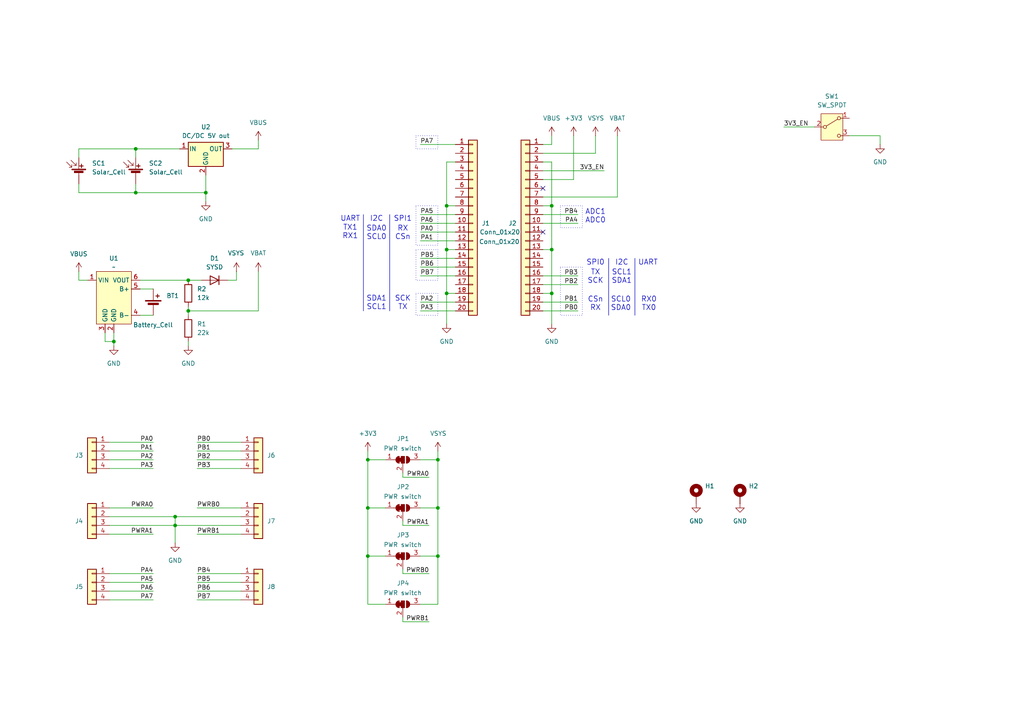
<source format=kicad_sch>
(kicad_sch (version 20231120) (generator "eeschema") (generator_version "8.0")
  (paper "A4")
  (lib_symbols
    (symbol "Connector_Generic:Conn_01x04" (pin_names (offset 1.016) hide)
      (property "Reference" "J" (at 0 5.08 0))
      (property "Value" "Conn_01x04" (at 0 -7.62 0))
      (symbol "Conn_01x04_1_1"
        (rectangle (start -1.27 -4.953) (end 0 -5.207) (stroke (width 0.1524)))
        (rectangle (start -1.27 -2.413) (end 0 -2.667) (stroke (width 0.1524)))
        (rectangle (start -1.27 0.127) (end 0 -0.127) (stroke (width 0.1524)))
        (rectangle (start -1.27 2.667) (end 0 2.413) (stroke (width 0.1524)))
        (rectangle (start -1.27 3.81) (end 1.27 -6.35) (stroke (width 0.254)) (fill (type background)))
        (pin passive line (at -5.08 2.54 0) (length 3.81) (name "Pin_1") (number "1"))
        (pin passive line (at -5.08 0 0) (length 3.81) (name "Pin_2") (number "2"))
        (pin passive line (at -5.08 -2.54 0) (length 3.81) (name "Pin_3") (number "3"))
        (pin passive line (at -5.08 -5.08 0) (length 3.81) (name "Pin_4") (number "4"))
      )
    )
    (symbol "Connector_Generic:Conn_01x20" (pin_names (offset 1.016) hide)
      (property "Reference" "J" (at 0 25.4 0))
      (property "Value" "Conn_01x20" (at 0 -27.94 0))
      (symbol "Conn_01x20_1_1"
        (rectangle (start -1.27 -25.273) (end 0 -25.527) (stroke (width 0.1524)))
        (rectangle (start -1.27 -22.733) (end 0 -22.987) (stroke (width 0.1524)))
        (rectangle (start -1.27 -20.193) (end 0 -20.447) (stroke (width 0.1524)))
        (rectangle (start -1.27 -17.653) (end 0 -17.907) (stroke (width 0.1524)))
        (rectangle (start -1.27 -15.113) (end 0 -15.367) (stroke (width 0.1524)))
        (rectangle (start -1.27 -12.573) (end 0 -12.827) (stroke (width 0.1524)))
        (rectangle (start -1.27 -10.033) (end 0 -10.287) (stroke (width 0.1524)))
        (rectangle (start -1.27 -7.493) (end 0 -7.747) (stroke (width 0.1524)))
        (rectangle (start -1.27 -4.953) (end 0 -5.207) (stroke (width 0.1524)))
        (rectangle (start -1.27 -2.413) (end 0 -2.667) (stroke (width 0.1524)))
        (rectangle (start -1.27 0.127) (end 0 -0.127) (stroke (width 0.1524)))
        (rectangle (start -1.27 2.667) (end 0 2.413) (stroke (width 0.1524)))
        (rectangle (start -1.27 5.207) (end 0 4.953) (stroke (width 0.1524)))
        (rectangle (start -1.27 7.747) (end 0 7.493) (stroke (width 0.1524)))
        (rectangle (start -1.27 10.287) (end 0 10.033) (stroke (width 0.1524)))
        (rectangle (start -1.27 12.827) (end 0 12.573) (stroke (width 0.1524)))
        (rectangle (start -1.27 15.367) (end 0 15.113) (stroke (width 0.1524)))
        (rectangle (start -1.27 17.907) (end 0 17.653) (stroke (width 0.1524)))
        (rectangle (start -1.27 20.447) (end 0 20.193) (stroke (width 0.1524)))
        (rectangle (start -1.27 22.987) (end 0 22.733) (stroke (width 0.1524)))
        (rectangle (start -1.27 24.13) (end 1.27 -26.67) (stroke (width 0.254)) (fill (type background)))
        (pin passive line (at -5.08 22.86 0) (length 3.81) (name "Pin_1") (number "1"))
        (pin passive line (at -5.08 0 0) (length 3.81) (name "Pin_10") (number "10"))
        (pin passive line (at -5.08 -2.54 0) (length 3.81) (name "Pin_11") (number "11"))
        (pin passive line (at -5.08 -5.08 0) (length 3.81) (name "Pin_12") (number "12"))
        (pin passive line (at -5.08 -7.62 0) (length 3.81) (name "Pin_13") (number "13"))
        (pin passive line (at -5.08 -10.16 0) (length 3.81) (name "Pin_14") (number "14"))
        (pin passive line (at -5.08 -12.7 0) (length 3.81) (name "Pin_15") (number "15"))
        (pin passive line (at -5.08 -15.24 0) (length 3.81) (name "Pin_16") (number "16"))
        (pin passive line (at -5.08 -17.78 0) (length 3.81) (name "Pin_17") (number "17"))
        (pin passive line (at -5.08 -20.32 0) (length 3.81) (name "Pin_18") (number "18"))
        (pin passive line (at -5.08 -22.86 0) (length 3.81) (name "Pin_19") (number "19"))
        (pin passive line (at -5.08 20.32 0) (length 3.81) (name "Pin_2") (number "2"))
        (pin passive line (at -5.08 -25.4 0) (length 3.81) (name "Pin_20") (number "20"))
        (pin passive line (at -5.08 17.78 0) (length 3.81) (name "Pin_3") (number "3"))
        (pin passive line (at -5.08 15.24 0) (length 3.81) (name "Pin_4") (number "4"))
        (pin passive line (at -5.08 12.7 0) (length 3.81) (name "Pin_5") (number "5"))
        (pin passive line (at -5.08 10.16 0) (length 3.81) (name "Pin_6") (number "6"))
        (pin passive line (at -5.08 7.62 0) (length 3.81) (name "Pin_7") (number "7"))
        (pin passive line (at -5.08 5.08 0) (length 3.81) (name "Pin_8") (number "8"))
        (pin passive line (at -5.08 2.54 0) (length 3.81) (name "Pin_9") (number "9"))
      )
    )
    (symbol "Custom:TP4056+DW01A_module"
      (property "Reference" "U" (at 0 0 0))
      (symbol "TP4056+DW01A_module_1_1"
        (rectangle (start -5.08 7.62) (end 5.08 -7.62) (fill (type background)))
        (pin power_in line (at -7.62 5.08 0) (length 2.54) (name "VIN") (number "1"))
        (pin power_in line (at 0 -10.16 90) (length 2.54) (name "GND") (number "2"))
        (pin power_in line (at -2.54 -10.16 90) (length 2.54) (name "GND") (number "3"))
        (pin power_in line (at 7.62 -5.08 180) (length 2.54) (name "B-") (number "4"))
        (pin power_out line (at 7.62 2.54 180) (length 2.54) (name "B+") (number "5"))
        (pin power_out line (at 7.62 5.08 180) (length 2.54) (name "VOUT") (number "6"))
      )
    )
    (symbol "Device:Battery_Cell" (pin_numbers hide) (pin_names (offset 0) hide)
      (property "Reference" "BT" (at 2.54 2.54 0))
      (property "Value" "Battery_Cell" (at 2.54 0 0))
      (symbol "Battery_Cell_0_1"
        (rectangle (start -2.286 1.778) (end 2.286 1.524) (fill (type outline)))
        (rectangle (start -1.524 1.016) (end 1.524 0.508) (fill (type outline)))
        (polyline (pts (xy 0 0.762) (xy 0 0)))
        (polyline (pts (xy 0 1.778) (xy 0 2.54)))
        (polyline (pts (xy 0.762 3.048) (xy 1.778 3.048)) (stroke (width 0.254)))
        (polyline (pts (xy 1.27 3.556) (xy 1.27 2.54)) (stroke (width 0.254)))
      )
      (symbol "Battery_Cell_1_1"
        (pin passive line (at 0 5.08 270) (length 2.54) (name "+") (number "1"))
        (pin passive line (at 0 -2.54 90) (length 2.54) (name "-") (number "2"))
      )
    )
    (symbol "Device:D" (pin_numbers hide) (pin_names (offset 1.016) hide)
      (property "Reference" "D" (at 0 2.54 0))
      (property "Value" "D" (at 0 -2.54 0))
      (symbol "D_0_1"
        (polyline (pts (xy -1.27 1.27) (xy -1.27 -1.27)) (stroke (width 0.254)))
        (polyline (pts (xy 1.27 0) (xy -1.27 0)))
        (polyline (pts (xy 1.27 1.27) (xy 1.27 -1.27) (xy -1.27 0) (xy 1.27 1.27)) (stroke (width 0.254)))
      )
      (symbol "D_1_1"
        (pin passive line (at -3.81 0 0) (length 2.54) (name "K") (number "1"))
        (pin passive line (at 3.81 0 180) (length 2.54) (name "A") (number "2"))
      )
    )
    (symbol "Device:R" (pin_numbers hide) (pin_names (offset 0))
      (property "Reference" "R" (at 2.032 0 90))
      (property "Value" "R" (at 0 0 90))
      (symbol "R_0_1"
        (rectangle (start -1.016 -2.54) (end 1.016 2.54) (stroke (width 0.254)))
      )
      (symbol "R_1_1"
        (pin passive line (at 0 3.81 270) (length 1.27) (name "~") (number "1"))
        (pin passive line (at 0 -3.81 90) (length 1.27) (name "~") (number "2"))
      )
    )
    (symbol "Device:Solar_Cell" (pin_numbers hide) (pin_names (offset 0) hide)
      (property "Reference" "SC" (at 2.54 2.54 0))
      (property "Value" "Solar_Cell" (at 2.54 0 0))
      (symbol "Solar_Cell_0_1"
        (rectangle (start -2.032 1.778) (end 2.032 1.524) (fill (type outline)))
        (rectangle (start -1.3208 1.1938) (end 1.27 0.6858) (fill (type outline)))
        (polyline (pts (xy -2.032 2.286) (xy -3.556 3.81)))
        (polyline (pts (xy -0.762 2.794) (xy -2.286 4.318)))
        (polyline (pts (xy 0 0.762) (xy 0 0)))
        (polyline (pts (xy 0 1.778) (xy 0 2.54)))
        (polyline (pts (xy 0.254 2.667) (xy 1.27 2.667)) (stroke (width 0.254)))
        (polyline (pts (xy 0.762 3.175) (xy 0.762 2.159)) (stroke (width 0.254)))
        (polyline (pts (xy -2.032 3.048) (xy -2.032 2.286) (xy -2.794 2.286)))
        (polyline (pts (xy -0.762 3.556) (xy -0.762 2.794) (xy -1.524 2.794)))
      )
      (symbol "Solar_Cell_1_1"
        (pin passive line (at 0 5.08 270) (length 2.54) (name "+") (number "1"))
        (pin passive line (at 0 -2.54 90) (length 2.54) (name "-") (number "2"))
      )
    )
    (symbol "Jumper:SolderJumper_3_Bridged12" (pin_names (offset 0) hide) (exclude_from_sim yes) (in_bom no)
      (property "Reference" "JP" (at -2.54 -2.54 0))
      (property "Value" "SolderJumper_3_Bridged12" (at 0 2.794 0))
      (symbol "SolderJumper_3_Bridged12_0_1"
        (rectangle (start -1.016 0.508) (end -0.508 -0.508) (fill (type outline)))
        (arc (start -1.016 1.016) (mid -2.0276 0) (end -1.016 -1.016))
        (arc (start -1.016 1.016) (mid -2.0276 0) (end -1.016 -1.016) (fill (type outline)))
        (rectangle (start -0.508 1.016) (end 0.508 -1.016) (fill (type outline)))
        (polyline (pts (xy -2.54 0) (xy -2.032 0)))
        (polyline (pts (xy -1.016 1.016) (xy -1.016 -1.016)))
        (polyline (pts (xy 0 -1.27) (xy 0 -1.016)))
        (polyline (pts (xy 1.016 1.016) (xy 1.016 -1.016)))
        (polyline (pts (xy 2.54 0) (xy 2.032 0)))
        (arc (start 1.016 -1.016) (mid 2.0276 0) (end 1.016 1.016))
        (arc (start 1.016 -1.016) (mid 2.0276 0) (end 1.016 1.016) (fill (type outline)))
      )
      (symbol "SolderJumper_3_Bridged12_1_1"
        (pin passive line (at -5.08 0 0) (length 2.54) (name "A") (number "1"))
        (pin passive line (at 0 -3.81 90) (length 2.54) (name "C") (number "2"))
        (pin passive line (at 5.08 0 180) (length 2.54) (name "B") (number "3"))
      )
    )
    (symbol "Mechanical:MountingHole_Pad" (pin_numbers hide) (pin_names (offset 1.016) hide) (exclude_from_sim yes) (in_bom no)
      (property "Reference" "H" (at 0 6.35 0))
      (property "Value" "MountingHole_Pad" (at 0 4.445 0))
      (symbol "MountingHole_Pad_0_1"
        (circle (center 0 1.27) (radius 1.27) (stroke (width 1.27)))
      )
      (symbol "MountingHole_Pad_1_1"
        (pin input line (at 0 -2.54 90) (length 2.54) (name "1") (number "1"))
      )
    )
    (symbol "Regulator_Switching:R-78E5.0-0.5" (pin_names (offset 0.254))
      (property "Reference" "U" (at -3.81 3.175 0))
      (property "Value" "R-78E5.0-0.5" (at 0 3.175 0))
      (symbol "R-78E5.0-0.5_0_1"
        (rectangle (start -5.08 1.905) (end 5.08 -5.08) (stroke (width 0.254)) (fill (type background)))
      )
      (symbol "R-78E5.0-0.5_1_1"
        (pin power_in line (at -7.62 0 0) (length 2.54) (name "IN") (number "1"))
        (pin power_in line (at 0 -7.62 90) (length 2.54) (name "GND") (number "2"))
        (pin power_out line (at 7.62 0 180) (length 2.54) (name "OUT") (number "3"))
      )
    )
    (symbol "Switch:SW_SPDT" (pin_names (offset 0) hide)
      (property "Reference" "SW" (at 0 5.08 0))
      (property "Value" "SW_SPDT" (at 0 -5.08 0))
      (symbol "SW_SPDT_0_1"
        (circle (center -2.032 0) (radius 0.4572))
        (polyline (pts (xy -1.651 0.254) (xy 1.651 2.286)))
        (circle (center 2.032 -2.54) (radius 0.4572))
        (circle (center 2.032 2.54) (radius 0.4572))
      )
      (symbol "SW_SPDT_1_1"
        (rectangle (start -3.175 3.81) (end 3.175 -3.81) (fill (type background)))
        (pin passive line (at 5.08 2.54 180) (length 2.54) (name "A") (number "1"))
        (pin passive line (at -5.08 0 0) (length 2.54) (name "B") (number "2"))
        (pin passive line (at 5.08 -2.54 180) (length 2.54) (name "C") (number "3"))
      )
    )
    (symbol "power:+3V3" (power) (pin_numbers hide) (pin_names (offset 0) hide)
      (property "Value" "+3V3" (at 0 3.556 0))
      (symbol "+3V3_0_1"
        (polyline (pts (xy -0.762 1.27) (xy 0 2.54)))
        (polyline (pts (xy 0 0) (xy 0 2.54)))
        (polyline (pts (xy 0 2.54) (xy 0.762 1.27)))
      )
      (symbol "+3V3_1_1"
        (pin power_in line (at 0 0 90) (length 0) (name "~") (number "1"))
      )
    )
    (symbol "power:+BATT" (power) (pin_numbers hide) (pin_names (offset 0) hide)
      (property "Value" "+BATT" (at 0 3.556 0))
      (symbol "+BATT_0_1"
        (polyline (pts (xy -0.762 1.27) (xy 0 2.54)))
        (polyline (pts (xy 0 0) (xy 0 2.54)))
        (polyline (pts (xy 0 2.54) (xy 0.762 1.27)))
      )
      (symbol "+BATT_1_1"
        (pin power_in line (at 0 0 90) (length 0) (name "~") (number "1"))
      )
    )
    (symbol "power:GND" (power) (pin_numbers hide) (pin_names (offset 0) hide)
      (property "Value" "GND" (at 0 -3.81 0))
      (symbol "GND_0_1"
        (polyline (pts (xy 0 0) (xy 0 -1.27) (xy 1.27 -1.27) (xy 0 -2.54) (xy -1.27 -1.27) (xy 0 -1.27)))
      )
      (symbol "GND_1_1"
        (pin power_in line (at 0 0 270) (length 0) (name "~") (number "1"))
      )
    )
    (symbol "power:VBUS" (power) (pin_numbers hide) (pin_names (offset 0) hide)
      (property "Value" "VBUS" (at 0 3.556 0))
      (symbol "VBUS_0_1"
        (polyline (pts (xy -0.762 1.27) (xy 0 2.54)))
        (polyline (pts (xy 0 0) (xy 0 2.54)))
        (polyline (pts (xy 0 2.54) (xy 0.762 1.27)))
      )
      (symbol "VBUS_1_1"
        (pin power_in line (at 0 0 90) (length 0) (name "~") (number "1"))
      )
    )
    (symbol "power:VDD" (power) (pin_numbers hide) (pin_names (offset 0) hide)
      (property "Value" "VDD" (at 0 3.556 0))
      (symbol "VDD_0_1"
        (polyline (pts (xy -0.762 1.27) (xy 0 2.54)))
        (polyline (pts (xy 0 0) (xy 0 2.54)))
        (polyline (pts (xy 0 2.54) (xy 0.762 1.27)))
      )
      (symbol "VDD_1_1"
        (pin power_in line (at 0 0 90) (length 0) (name "~") (number "1"))
      )
    )
  )
  (junction (at 160.02 85.09))
  (junction (at 127 147.32))
  (junction (at 54.61 81.28))
  (junction (at 129.54 85.09))
  (junction (at 160.02 72.39))
  (junction (at 127 161.29))
  (junction (at 50.8 149.86))
  (junction (at 106.68 147.32))
  (junction (at 50.8 152.4))
  (junction (at 160.02 59.69))
  (junction (at 33.02 99.06))
  (junction (at 39.37 55.88))
  (junction (at 54.61 90.17))
  (junction (at 106.68 161.29))
  (junction (at 106.68 133.35))
  (junction (at 59.69 55.88))
  (junction (at 129.54 59.69))
  (junction (at 127 133.35))
  (junction (at 129.54 72.39))
  (junction (at 39.37 43.18))
  (no_connect (at 157.48 67.31))
  (no_connect (at 157.48 54.61))
  (wire (pts (xy 50.8 149.86) (xy 50.8 152.4)))
  (wire (pts (xy 132.08 46.99) (xy 129.54 46.99)))
  (wire (pts (xy 121.92 74.93) (xy 132.08 74.93)))
  (wire (pts (xy 127 147.32) (xy 127 161.29)))
  (wire (pts (xy 31.75 128.27) (xy 44.45 128.27)))
  (wire (pts (xy 22.86 55.88) (xy 22.86 53.34)))
  (wire (pts (xy 22.86 43.18) (xy 39.37 43.18)))
  (wire (pts (xy 40.64 83.82) (xy 44.45 83.82)))
  (wire (pts (xy 68.58 78.74) (xy 68.58 81.28)))
  (wire (pts (xy 31.75 147.32) (xy 44.45 147.32)))
  (wire (pts (xy 157.48 82.55) (xy 167.64 82.55)))
  (wire (pts (xy 30.48 99.06) (xy 33.02 99.06)))
  (wire (pts (xy 106.68 133.35) (xy 111.76 133.35)))
  (wire (pts (xy 160.02 41.91) (xy 160.02 39.37)))
  (wire (pts (xy 157.48 64.77) (xy 167.64 64.77)))
  (wire (pts (xy 116.84 180.34) (xy 124.46 180.34)))
  (wire (pts (xy 116.84 137.16) (xy 116.84 138.43)))
  (wire (pts (xy 59.69 58.42) (xy 59.69 55.88)))
  (wire (pts (xy 57.15 135.89) (xy 69.85 135.89)))
  (wire (pts (xy 106.68 130.81) (xy 106.68 133.35)))
  (wire (pts (xy 129.54 85.09) (xy 129.54 93.98)))
  (wire (pts (xy 57.15 154.94) (xy 69.85 154.94)))
  (wire (pts (xy 157.48 62.23) (xy 167.64 62.23)))
  (wire (pts (xy 68.58 81.28) (xy 66.04 81.28)))
  (wire (pts (xy 40.64 81.28) (xy 54.61 81.28)))
  (wire (pts (xy 116.84 165.1) (xy 116.84 166.37)))
  (wire (pts (xy 157.48 87.63) (xy 167.64 87.63)))
  (wire (pts (xy 121.92 80.01) (xy 132.08 80.01)))
  (wire (pts (xy 160.02 85.09) (xy 160.02 72.39)))
  (wire (pts (xy 33.02 96.52) (xy 33.02 99.06)))
  (wire (pts (xy 57.15 133.35) (xy 69.85 133.35)))
  (wire (pts (xy 129.54 72.39) (xy 129.54 59.69)))
  (polyline (pts (xy 176.53 74.93) (xy 176.53 91.44)))
  (wire (pts (xy 31.75 168.91) (xy 44.45 168.91)))
  (wire (pts (xy 227.33 36.83) (xy 236.22 36.83)))
  (wire (pts (xy 179.07 39.37) (xy 179.07 57.15)))
  (wire (pts (xy 121.92 41.91) (xy 132.08 41.91)))
  (wire (pts (xy 255.27 39.37) (xy 255.27 41.91)))
  (wire (pts (xy 31.75 152.4) (xy 50.8 152.4)))
  (wire (pts (xy 31.75 135.89) (xy 44.45 135.89)))
  (wire (pts (xy 116.84 138.43) (xy 124.46 138.43)))
  (wire (pts (xy 166.37 39.37) (xy 166.37 52.07)))
  (wire (pts (xy 246.38 39.37) (xy 255.27 39.37)))
  (wire (pts (xy 116.84 179.07) (xy 116.84 180.34)))
  (polyline (pts (xy 184.15 74.93) (xy 184.15 91.44)))
  (wire (pts (xy 50.8 152.4) (xy 50.8 157.48)))
  (wire (pts (xy 50.8 152.4) (xy 69.85 152.4)))
  (wire (pts (xy 39.37 43.18) (xy 39.37 45.72)))
  (wire (pts (xy 57.15 166.37) (xy 69.85 166.37)))
  (wire (pts (xy 57.15 173.99) (xy 69.85 173.99)))
  (wire (pts (xy 106.68 161.29) (xy 106.68 175.26)))
  (wire (pts (xy 106.68 147.32) (xy 106.68 161.29)))
  (wire (pts (xy 132.08 85.09) (xy 129.54 85.09)))
  (wire (pts (xy 22.86 78.74) (xy 22.86 81.28)))
  (wire (pts (xy 57.15 128.27) (xy 69.85 128.27)))
  (wire (pts (xy 157.48 59.69) (xy 160.02 59.69)))
  (wire (pts (xy 57.15 147.32) (xy 69.85 147.32)))
  (wire (pts (xy 106.68 147.32) (xy 111.76 147.32)))
  (wire (pts (xy 121.92 133.35) (xy 127 133.35)))
  (wire (pts (xy 121.92 175.26) (xy 127 175.26)))
  (wire (pts (xy 121.92 67.31) (xy 132.08 67.31)))
  (wire (pts (xy 31.75 154.94) (xy 44.45 154.94)))
  (wire (pts (xy 172.72 39.37) (xy 172.72 44.45)))
  (wire (pts (xy 111.76 175.26) (xy 106.68 175.26)))
  (wire (pts (xy 40.64 91.44) (xy 44.45 91.44)))
  (wire (pts (xy 74.93 78.74) (xy 74.93 90.17)))
  (wire (pts (xy 31.75 173.99) (xy 44.45 173.99)))
  (wire (pts (xy 39.37 53.34) (xy 39.37 55.88)))
  (wire (pts (xy 22.86 55.88) (xy 39.37 55.88)))
  (wire (pts (xy 121.92 77.47) (xy 132.08 77.47)))
  (wire (pts (xy 116.84 151.13) (xy 116.84 152.4)))
  (wire (pts (xy 31.75 171.45) (xy 44.45 171.45)))
  (wire (pts (xy 157.48 85.09) (xy 160.02 85.09)))
  (wire (pts (xy 129.54 46.99) (xy 129.54 59.69)))
  (wire (pts (xy 127 161.29) (xy 127 175.26)))
  (wire (pts (xy 116.84 152.4) (xy 124.46 152.4)))
  (wire (pts (xy 160.02 46.99) (xy 160.02 59.69)))
  (wire (pts (xy 31.75 166.37) (xy 44.45 166.37)))
  (wire (pts (xy 74.93 43.18) (xy 74.93 40.64)))
  (wire (pts (xy 179.07 57.15) (xy 157.48 57.15)))
  (polyline (pts (xy 105.41 62.23) (xy 105.41 90.17)))
  (wire (pts (xy 121.92 147.32) (xy 127 147.32)))
  (wire (pts (xy 116.84 166.37) (xy 124.46 166.37)))
  (wire (pts (xy 74.93 90.17) (xy 54.61 90.17)))
  (wire (pts (xy 67.31 43.18) (xy 74.93 43.18)))
  (wire (pts (xy 54.61 88.9) (xy 54.61 90.17)))
  (wire (pts (xy 106.68 161.29) (xy 111.76 161.29)))
  (wire (pts (xy 22.86 81.28) (xy 25.4 81.28)))
  (wire (pts (xy 157.48 44.45) (xy 172.72 44.45)))
  (wire (pts (xy 160.02 85.09) (xy 160.02 93.98)))
  (wire (pts (xy 157.48 80.01) (xy 167.64 80.01)))
  (wire (pts (xy 33.02 99.06) (xy 33.02 100.33)))
  (wire (pts (xy 50.8 149.86) (xy 69.85 149.86)))
  (wire (pts (xy 129.54 59.69) (xy 132.08 59.69)))
  (wire (pts (xy 121.92 69.85) (xy 132.08 69.85)))
  (wire (pts (xy 121.92 161.29) (xy 127 161.29)))
  (wire (pts (xy 157.48 90.17) (xy 167.64 90.17)))
  (wire (pts (xy 31.75 130.81) (xy 44.45 130.81)))
  (wire (pts (xy 39.37 43.18) (xy 52.07 43.18)))
  (wire (pts (xy 22.86 45.72) (xy 22.86 43.18)))
  (wire (pts (xy 59.69 55.88) (xy 39.37 55.88)))
  (wire (pts (xy 129.54 85.09) (xy 129.54 72.39)))
  (wire (pts (xy 31.75 149.86) (xy 50.8 149.86)))
  (wire (pts (xy 121.92 90.17) (xy 132.08 90.17)))
  (wire (pts (xy 121.92 62.23) (xy 132.08 62.23)))
  (wire (pts (xy 127 133.35) (xy 127 130.81)))
  (wire (pts (xy 160.02 72.39) (xy 160.02 59.69)))
  (wire (pts (xy 157.48 72.39) (xy 160.02 72.39)))
  (wire (pts (xy 166.37 52.07) (xy 157.48 52.07)))
  (wire (pts (xy 57.15 171.45) (xy 69.85 171.45)))
  (wire (pts (xy 59.69 55.88) (xy 59.69 50.8)))
  (wire (pts (xy 127 133.35) (xy 127 147.32)))
  (wire (pts (xy 57.15 168.91) (xy 69.85 168.91)))
  (wire (pts (xy 132.08 72.39) (xy 129.54 72.39)))
  (wire (pts (xy 57.15 130.81) (xy 69.85 130.81)))
  (wire (pts (xy 58.42 81.28) (xy 54.61 81.28)))
  (wire (pts (xy 121.92 87.63) (xy 132.08 87.63)))
  (polyline (pts (xy 113.03 62.23) (xy 113.03 90.17)))
  (wire (pts (xy 54.61 99.06) (xy 54.61 100.33)))
  (wire (pts (xy 54.61 91.44) (xy 54.61 90.17)))
  (wire (pts (xy 30.48 96.52) (xy 30.48 99.06)))
  (wire (pts (xy 106.68 133.35) (xy 106.68 147.32)))
  (wire (pts (xy 157.48 49.53) (xy 175.26 49.53)))
  (wire (pts (xy 157.48 41.91) (xy 160.02 41.91)))
  (wire (pts (xy 121.92 64.77) (xy 132.08 64.77)))
  (wire (pts (xy 157.48 46.99) (xy 160.02 46.99)))
  (wire (pts (xy 31.75 133.35) (xy 44.45 133.35)))
  (rectangle (start 120.65 85.09) (end 127 91.44) (stroke (width 0) (type dot)))
  (rectangle (start 120.65 39.37) (end 127 43.18) (stroke (width 0) (type dot)))
  (rectangle (start 162.56 59.69) (end 168.91 66.04) (stroke (width 0) (type dot)))
  (rectangle (start 120.65 72.39) (end 127 81.28) (stroke (width 0) (type dot)))
  (rectangle (start 120.65 59.69) (end 127 71.12) (stroke (width 0) (type dot)))
  (rectangle (start 162.56 77.47) (end 168.91 91.44) (stroke (width 0) (type dot)))
  (text "SCL0\nSDA0" (at 180.086 88.138 0) (effects (font (size 1.524 1.524))))
  (text "UART" (at 187.96 76.2 0) (effects (font (size 1.524 1.524))))
  (text "CSn\nRX" (at 172.72 88.138 0) (effects (font (size 1.524 1.524))))
  (text "SDA1\nSCL1" (at 109.22 87.884 0) (effects (font (size 1.524 1.524))))
  (text "RX\nCSn" (at 116.84 67.564 0) (effects (font (size 1.524 1.524))))
  (text "I2C" (at 109.22 63.5 0) (effects (font (size 1.524 1.524))))
  (text "SCK\nTX\n" (at 116.84 87.884 0) (effects (font (size 1.524 1.524))))
  (text "TX1\nRX1" (at 101.6 67.31 0) (effects (font (size 1.524 1.524))))
  (text "RX0\nTX0" (at 188.214 88.138 0) (effects (font (size 1.524 1.524))))
  (text "I2C" (at 180.34 76.2 0) (effects (font (size 1.524 1.524))))
  (text "UART" (at 101.6 63.5 0) (effects (font (size 1.524 1.524))))
  (text "TX\nSCK" (at 172.72 80.264 0) (effects (font (size 1.524 1.524))))
  (text "SDA0\nSCL0" (at 109.22 67.564 0) (effects (font (size 1.524 1.524))))
  (text "SPI0" (at 172.72 76.2 0) (effects (font (size 1.524 1.524))))
  (text "ADC1\nADC0" (at 172.72 62.738 0) (effects (font (size 1.524 1.524))))
  (text "SCL1\nSDA1" (at 180.34 80.264 0) (effects (font (size 1.524 1.524))))
  (text "SPI1" (at 116.84 63.5 0) (effects (font (size 1.524 1.524))))
  (label "PA2" (at 121.92 87.63 0))
  (label "PB0" (at 167.64 90.17 180))
  (label "PA0" (at 44.45 128.27 180))
  (label "PB4" (at 167.64 62.23 180))
  (label "PWRB1" (at 57.15 154.94 0))
  (label "PA1" (at 121.92 69.85 0))
  (label "PB5" (at 57.15 168.91 0))
  (label "PB7" (at 121.92 80.01 0))
  (label "PB4" (at 57.15 166.37 0))
  (label "PA5" (at 121.92 62.23 0))
  (label "PA3" (at 121.92 90.17 0))
  (label "PB2" (at 57.15 133.35 0))
  (label "PWRA1" (at 124.46 152.4 180))
  (label "PA5" (at 44.45 168.91 180))
  (label "PA4" (at 167.64 64.77 180))
  (label "PA6" (at 121.92 64.77 0))
  (label "PA4" (at 44.45 166.37 180))
  (label "PWRA1" (at 44.45 154.94 180))
  (label "PB1" (at 57.15 130.81 0))
  (label "PB0" (at 57.15 128.27 0))
  (label "PWRB1" (at 124.46 180.34 180))
  (label "PA7" (at 44.45 173.99 180))
  (label "PB2" (at 167.64 82.55 180))
  (label "PB3" (at 57.15 135.89 0))
  (label "PB6" (at 57.15 171.45 0))
  (label "PWRA0" (at 44.45 147.32 180))
  (label "PA3" (at 44.45 135.89 180))
  (label "PWRB0" (at 124.46 166.37 180))
  (label "PB5" (at 121.92 74.93 0))
  (label "3V3_EN" (at 227.33 36.83 0))
  (label "PA6" (at 44.45 171.45 180))
  (label "PB6" (at 121.92 77.47 0))
  (label "PA0" (at 121.92 67.31 0))
  (label "PB1" (at 167.64 87.63 180))
  (label "3V3_EN" (at 175.26 49.53 180))
  (label "PWRB0" (at 57.15 147.32 0))
  (label "PA1" (at 44.45 130.81 180))
  (label "PB7" (at 57.15 173.99 0))
  (label "PWRA0" (at 124.46 138.43 180))
  (label "PA2" (at 44.45 133.35 180))
  (label "PA7" (at 121.92 41.91 0))
  (label "PB3" (at 167.64 80.01 180))
  (symbol (lib_id "Connector_Generic:Conn_01x04") (at 26.67 168.91 0) (mirror y) (unit 1)
    (property "Reference" "J5" (at 24.13 170.1799 0) (effects (justify left)))
    (property "Value" "Conn_01x06" (effects (hide yes)))
    (property "Footprint" "Connector_PinSocket_2.54mm:PinSocket_1x04_P2.54mm_Vertical" (effects (hide yes)))
    (property "Description" "Generic connector, single row, 01x04, script generated (kicad-library-utils/schlib/autogen/connector/)" (effects (hide yes)))
  )
  (symbol (lib_id "power:GND") (at 214.63 146.05 0) (unit 1)
    (property "Reference" "#PWR020" (effects (hide yes)))
    (property "Value" "GND" (at 214.63 151.13 0))
    (property "Description" "Power symbol creates a global label with name \"GND\" , ground" (effects (hide yes)))
  )
  (symbol (lib_id "Connector_Generic:Conn_01x04") (at 26.67 130.81 0) (mirror y) (unit 1)
    (property "Reference" "J3" (at 24.13 132.0799 0) (effects (justify left)))
    (property "Value" "Conn_01x06" (effects (hide yes)))
    (property "Footprint" "Connector_PinSocket_2.54mm:PinSocket_1x04_P2.54mm_Vertical" (effects (hide yes)))
    (property "Description" "Generic connector, single row, 01x04, script generated (kicad-library-utils/schlib/autogen/connector/)" (effects (hide yes)))
  )
  (symbol (lib_id "Connector_Generic:Conn_01x04") (at 74.93 168.91 0) (unit 1)
    (property "Reference" "J8" (at 77.47 170.1799 0) (effects (justify left)))
    (property "Value" "Conn_01x06" (effects (hide yes)))
    (property "Footprint" "Connector_PinSocket_2.54mm:PinSocket_1x04_P2.54mm_Vertical" (effects (hide yes)))
    (property "Description" "Generic connector, single row, 01x04, script generated (kicad-library-utils/schlib/autogen/connector/)" (effects (hide yes)))
  )
  (symbol (lib_id "Jumper:SolderJumper_3_Bridged12") (at 116.84 133.35 0) (unit 1) (exclude_from_sim yes) (in_bom no)
    (property "Reference" "JP1" (at 115.062 127.254 0) (effects (justify left)))
    (property "Value" "PWR switch" (at 111.252 130.048 0) (effects (justify left)))
    (property "Footprint" "Jumper:SolderJumper-3_P1.3mm_Bridged12_RoundedPad1.0x1.5mm_NumberLabels" (effects (hide yes)))
    (property "Description" "3-pole Solder Jumper, pins 1+2 closed/bridged" (effects (hide yes)))
  )
  (symbol (lib_id "power:VBUS") (at 74.93 40.64 0) (unit 1)
    (property "Reference" "#PWR04" (effects (hide yes)))
    (property "Value" "VBUS" (at 74.93 35.56 0))
    (property "Description" "Power symbol creates a global label with name \"VBUS\"" (effects (hide yes)))
  )
  (symbol (lib_id "Custom:TP4056+DW01A_module") (at 33.02 86.36 0) (unit 1)
    (property "Reference" "U1" (at 33.02 74.93 0))
    (property "Value" "~" (at 33.02 77.47 0))
    (property "Footprint" "custom_footprints:TP4056-18650" (effects (hide yes)))
  )
  (symbol (lib_id "power:GND") (at 129.54 93.98 0) (unit 1)
    (property "Reference" "#PWR06" (effects (hide yes)))
    (property "Value" "GND" (at 129.54 99.06 0))
    (property "Description" "Power symbol creates a global label with name \"GND\" , ground" (effects (hide yes)))
  )
  (symbol (lib_id "power:GND") (at 160.02 93.98 0) (unit 1)
    (property "Reference" "#PWR08" (effects (hide yes)))
    (property "Value" "GND" (at 160.02 99.06 0))
    (property "Description" "Power symbol creates a global label with name \"GND\" , ground" (effects (hide yes)))
  )
  (symbol (lib_id "power:GND") (at 201.93 146.05 0) (unit 1)
    (property "Reference" "#PWR018" (effects (hide yes)))
    (property "Value" "GND" (at 201.93 151.13 0))
    (property "Description" "Power symbol creates a global label with name \"GND\" , ground" (effects (hide yes)))
  )
  (symbol (lib_id "power:+3V3") (at 166.37 39.37 0) (unit 1)
    (property "Reference" "#PWR09" (effects (hide yes)))
    (property "Value" "+3V3" (at 166.37 34.29 0))
    (property "Description" "Power symbol creates a global label with name \"+3V3\"" (effects (hide yes)))
  )
  (symbol (lib_id "power:+BATT") (at 179.07 39.37 0) (unit 1)
    (property "Reference" "#PWR024" (effects (hide yes)))
    (property "Value" "VBAT" (at 179.07 34.29 0))
    (property "Description" "Power symbol creates a global label with name \"+BATT\"" (effects (hide yes)))
  )
  (symbol (lib_id "Regulator_Switching:R-78E5.0-0.5") (at 59.69 43.18 0) (unit 1)
    (property "Reference" "U2" (at 59.69 36.83 0))
    (property "Value" "DC/DC 5V out" (at 59.69 39.37 0))
    (property "Footprint" "Custom:DC-DC BOOST Convertor module" (effects (hide yes)))
    (property "Datasheet" "https://www.recom-power.com/pdf/Innoline/R-78Exx-0.5.pdf" (effects (hide yes)))
    (property "Description" "500mA Step-Down DC/DC-Regulator, 7-28V input, 5V fixed Output Voltage, LM78xx replacement, -40°C to +85°C, SIP3" (effects (hide yes)))
  )
  (symbol (lib_id "Switch:SW_SPDT") (at 241.3 36.83 0) (unit 1)
    (property "Reference" "SW1" (at 241.3 27.94 0))
    (property "Value" "SW_SPDT" (at 241.3 30.48 0))
    (property "Footprint" "Connector_PinHeader_2.54mm:PinHeader_1x03_P2.54mm_Vertical" (effects (hide yes)))
    (property "Description" "Switch, single pole double throw" (effects (hide yes)))
  )
  (symbol (lib_id "Device:Battery_Cell") (at 44.45 88.9 0) (unit 1)
    (property "Reference" "BT1" (at 48.26 85.7884 0) (effects (justify left)))
    (property "Value" "Battery_Cell" (at 38.608 94.234 0) (effects (justify left)))
    (property "Footprint" "Connector_Wire:SolderWire-0.5sqmm_1x02_P4.6mm_D0.9mm_OD2.1mm" (effects (hide yes)))
    (property "Description" "Single-cell battery" (effects (hide yes)))
  )
  (symbol (lib_id "Device:Solar_Cell") (at 39.37 50.8 0) (unit 1)
    (property "Reference" "SC2" (at 43.18 47.3709 0) (effects (justify left)))
    (property "Value" "Solar_Cell" (at 43.18 49.9109 0) (effects (justify left)))
    (property "Footprint" "Connector_PinHeader_2.54mm:PinHeader_1x02_P2.54mm_Vertical" (effects (hide yes)))
    (property "Description" "Single solar cell" (effects (hide yes)))
  )
  (symbol (lib_id "power:VDD") (at 172.72 39.37 0) (unit 1)
    (property "Reference" "#PWR010" (effects (hide yes)))
    (property "Value" "VSYS" (at 170.434 34.29 0) (effects (justify left)))
    (property "Description" "Power symbol creates a global label with name \"VSYS\"" (effects (hide yes)))
  )
  (symbol (lib_id "power:+3V3") (at 106.68 130.81 0) (unit 1)
    (property "Reference" "#PWR019" (effects (hide yes)))
    (property "Value" "+3V3" (at 106.68 125.73 0))
    (property "Description" "Power symbol creates a global label with name \"+3V3\"" (effects (hide yes)))
  )
  (symbol (lib_id "power:GND") (at 255.27 41.91 0) (unit 1)
    (property "Reference" "#PWR011" (effects (hide yes)))
    (property "Value" "GND" (at 255.27 46.99 0))
    (property "Description" "Power symbol creates a global label with name \"GND\" , ground" (effects (hide yes)))
  )
  (symbol (lib_id "power:VDD") (at 68.58 78.74 0) (unit 1)
    (property "Reference" "#PWR03" (effects (hide yes)))
    (property "Value" "VSYS" (at 66.04 73.406 0) (effects (justify left)))
    (property "Description" "Power symbol creates a global label with name \"VDD\"" (effects (hide yes)))
  )
  (symbol (lib_id "power:GND") (at 33.02 100.33 0) (unit 1)
    (property "Reference" "#PWR02" (effects (hide yes)))
    (property "Value" "GND" (at 33.02 105.41 0))
    (property "Description" "Power symbol creates a global label with name \"GND\" , ground" (effects (hide yes)))
  )
  (symbol (lib_id "Device:Solar_Cell") (at 22.86 50.8 0) (unit 1)
    (property "Reference" "SC1" (at 26.67 47.3709 0) (effects (justify left)))
    (property "Value" "Solar_Cell" (at 26.67 49.9109 0) (effects (justify left)))
    (property "Footprint" "Connector_PinHeader_2.54mm:PinHeader_1x02_P2.54mm_Vertical" (effects (hide yes)))
    (property "Description" "Single solar cell" (effects (hide yes)))
  )
  (symbol (lib_id "Mechanical:MountingHole_Pad") (at 201.93 143.51 0) (unit 1) (exclude_from_sim yes) (in_bom no)
    (property "Reference" "H1" (at 204.47 140.9699 0) (effects (justify left)))
    (property "Value" "MountingHole_Pad" (effects (hide yes)))
    (property "Footprint" "MountingHole:MountingHole_2.2mm_M2_Pad_Via" (effects (hide yes)))
    (property "Description" "Mounting Hole with connection" (effects (hide yes)))
  )
  (symbol (lib_id "Jumper:SolderJumper_3_Bridged12") (at 116.84 147.32 0) (unit 1) (exclude_from_sim yes) (in_bom no)
    (property "Reference" "JP2" (at 115.062 141.224 0) (effects (justify left)))
    (property "Value" "PWR switch" (at 111.252 144.018 0) (effects (justify left)))
    (property "Footprint" "Jumper:SolderJumper-3_P1.3mm_Bridged12_RoundedPad1.0x1.5mm_NumberLabels" (effects (hide yes)))
    (property "Description" "3-pole Solder Jumper, pins 1+2 closed/bridged" (effects (hide yes)))
  )
  (symbol (lib_id "power:VBUS") (at 22.86 78.74 0) (unit 1)
    (property "Reference" "#PWR01" (effects (hide yes)))
    (property "Value" "VBUS" (at 22.86 73.66 0))
    (property "Description" "Power symbol creates a global label with name \"VBUS\"" (effects (hide yes)))
  )
  (symbol (lib_id "power:VDD") (at 127 130.81 0) (unit 1)
    (property "Reference" "#PWR022" (effects (hide yes)))
    (property "Value" "VSYS" (at 124.714 125.73 0) (effects (justify left)))
    (property "Description" "Power symbol creates a global label with name \"VSYS\"" (effects (hide yes)))
  )
  (symbol (lib_id "Connector_Generic:Conn_01x04") (at 26.67 149.86 0) (mirror y) (unit 1)
    (property "Reference" "J4" (at 24.13 151.1299 0) (effects (justify left)))
    (property "Value" "Conn_01x06" (effects (hide yes)))
    (property "Footprint" "Connector_PinSocket_2.54mm:PinSocket_1x04_P2.54mm_Vertical" (effects (hide yes)))
    (property "Description" "Generic connector, single row, 01x04, script generated (kicad-library-utils/schlib/autogen/connector/)" (effects (hide yes)))
  )
  (symbol (lib_id "Device:R") (at 54.61 85.09 0) (unit 1)
    (property "Reference" "R2" (at 57.15 83.8199 0) (effects (justify left)))
    (property "Value" "12k" (at 57.15 86.3599 0) (effects (justify left)))
    (property "Footprint" "Resistor_SMD:R_0603_1608Metric_Pad0.98x0.95mm_HandSolder" (effects (hide yes)))
    (property "Description" "Resistor" (effects (hide yes)))
  )
  (symbol (lib_id "Device:R") (at 54.61 95.25 0) (unit 1)
    (property "Reference" "R1" (at 57.15 93.9799 0) (effects (justify left)))
    (property "Value" "22k" (at 57.15 96.5199 0) (effects (justify left)))
    (property "Footprint" "Resistor_SMD:R_0603_1608Metric_Pad0.98x0.95mm_HandSolder" (effects (hide yes)))
    (property "Description" "Resistor" (effects (hide yes)))
  )
  (symbol (lib_id "power:GND") (at 59.69 58.42 0) (unit 1)
    (property "Reference" "#PWR05" (effects (hide yes)))
    (property "Value" "GND" (at 59.69 63.5 0))
    (property "Description" "Power symbol creates a global label with name \"GND\" , ground" (effects (hide yes)))
  )
  (symbol (lib_id "Jumper:SolderJumper_3_Bridged12") (at 116.84 175.26 0) (unit 1) (exclude_from_sim yes) (in_bom no)
    (property "Reference" "JP4" (at 115.062 169.164 0) (effects (justify left)))
    (property "Value" "PWR switch" (at 111.252 171.958 0) (effects (justify left)))
    (property "Footprint" "Jumper:SolderJumper-3_P1.3mm_Bridged12_RoundedPad1.0x1.5mm_NumberLabels" (effects (hide yes)))
    (property "Description" "3-pole Solder Jumper, pins 1+2 closed/bridged" (effects (hide yes)))
  )
  (symbol (lib_id "Jumper:SolderJumper_3_Bridged12") (at 116.84 161.29 0) (unit 1) (exclude_from_sim yes) (in_bom no)
    (property "Reference" "JP3" (at 115.062 155.194 0) (effects (justify left)))
    (property "Value" "PWR switch" (at 111.252 157.988 0) (effects (justify left)))
    (property "Footprint" "Jumper:SolderJumper-3_P1.3mm_Bridged12_RoundedPad1.0x1.5mm_NumberLabels" (effects (hide yes)))
    (property "Description" "3-pole Solder Jumper, pins 1+2 closed/bridged" (effects (hide yes)))
  )
  (symbol (lib_id "Connector_Generic:Conn_01x20") (at 137.16 64.77 0) (unit 1)
    (property "Reference" "J1" (at 139.7 64.7699 0) (effects (justify left)))
    (property "Value" "Conn_01x20" (at 138.938 70.104 0) (effects (justify left)))
    (property "Footprint" "Connector_PinSocket_2.54mm:PinSocket_1x20_P2.54mm_Vertical" (effects (hide yes)))
    (property "Description" "Generic connector, single row, 01x20, script generated (kicad-library-utils/schlib/autogen/connector/)" (effects (hide yes)))
  )
  (symbol (lib_id "Mechanical:MountingHole_Pad") (at 214.63 143.51 0) (unit 1) (exclude_from_sim yes) (in_bom no)
    (property "Reference" "H2" (at 217.17 140.9699 0) (effects (justify left)))
    (property "Value" "MountingHole_Pad" (effects (hide yes)))
    (property "Footprint" "MountingHole:MountingHole_2.2mm_M2_Pad_Via" (effects (hide yes)))
    (property "Description" "Mounting Hole with connection" (effects (hide yes)))
  )
  (symbol (lib_id "Connector_Generic:Conn_01x04") (at 74.93 130.81 0) (unit 1)
    (property "Reference" "J6" (at 77.47 132.0799 0) (effects (justify left)))
    (property "Value" "Conn_01x06" (effects (hide yes)))
    (property "Footprint" "Connector_PinSocket_2.54mm:PinSocket_1x04_P2.54mm_Vertical" (effects (hide yes)))
    (property "Description" "Generic connector, single row, 01x04, script generated (kicad-library-utils/schlib/autogen/connector/)" (effects (hide yes)))
  )
  (symbol (lib_id "power:VBUS") (at 160.02 39.37 0) (unit 1)
    (property "Reference" "#PWR07" (effects (hide yes)))
    (property "Value" "VBUS" (at 160.02 34.29 0))
    (property "Description" "Power symbol creates a global label with name \"VBUS\"" (effects (hide yes)))
  )
  (symbol (lib_id "Connector_Generic:Conn_01x20") (at 152.4 64.77 0) (mirror y) (unit 1)
    (property "Reference" "J2" (at 149.86 64.7699 0) (effects (justify left)))
    (property "Value" "Conn_01x20" (at 150.876 67.31 0) (effects (justify left)))
    (property "Footprint" "Connector_PinSocket_2.54mm:PinSocket_1x20_P2.54mm_Vertical" (effects (hide yes)))
    (property "Description" "Generic connector, single row, 01x20, script generated (kicad-library-utils/schlib/autogen/connector/)" (effects (hide yes)))
  )
  (symbol (lib_id "power:GND") (at 50.8 157.48 0) (mirror y) (unit 1)
    (property "Reference" "#PWR023" (effects (hide yes)))
    (property "Value" "GND" (at 50.8 162.56 0))
    (property "Description" "Power symbol creates a global label with name \"GND\" , ground" (effects (hide yes)))
  )
  (symbol (lib_id "Connector_Generic:Conn_01x04") (at 74.93 149.86 0) (unit 1)
    (property "Reference" "J7" (at 77.47 151.1299 0) (effects (justify left)))
    (property "Value" "Conn_01x06" (effects (hide yes)))
    (property "Footprint" "Connector_PinSocket_2.54mm:PinSocket_1x04_P2.54mm_Vertical" (effects (hide yes)))
    (property "Description" "Generic connector, single row, 01x04, script generated (kicad-library-utils/schlib/autogen/connector/)" (effects (hide yes)))
  )
  (symbol (lib_id "Device:D") (at 62.23 81.28 180) (unit 1)
    (property "Reference" "D1" (at 62.23 74.93 0))
    (property "Value" "SYSD" (at 62.23 77.47 0))
    (property "Footprint" "Diode_THT:D_A-405_P10.16mm_Horizontal" (effects (hide yes)))
    (property "Description" "Diode" (effects (hide yes)))
    (property "Sim.Device" "D" (effects (hide yes)))
    (property "Sim.Pins" "1=K 2=A" (effects (hide yes)))
  )
  (symbol (lib_id "power:+BATT") (at 74.93 78.74 0) (unit 1)
    (property "Reference" "#PWR031" (effects (hide yes)))
    (property "Value" "VBAT" (at 74.93 73.406 0))
    (property "Description" "Power symbol creates a global label with name \"+BATT\"" (effects (hide yes)))
  )
  (symbol (lib_id "power:GND") (at 54.61 100.33 0) (unit 1)
    (property "Reference" "#PWR030" (effects (hide yes)))
    (property "Value" "GND" (at 54.61 105.41 0))
    (property "Description" "Power symbol creates a global label with name \"GND\" , ground" (effects (hide yes)))
  )
)
</source>
